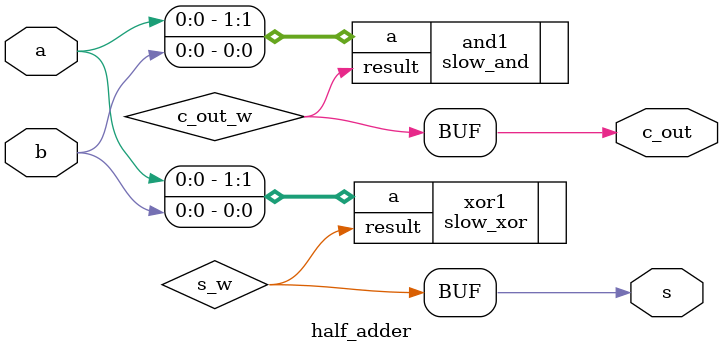
<source format=v>

`timescale 1ns / 1ps


module half_adder (
  input wire a,
  input wire b,
  output reg s,
  output reg c_out
);

  wire [2:0] level1;
  wire [2:0] level2;
  wire c_out_w;
  wire s_w;

  slow_and and1(.a({a, b}), .result(c_out_w));
  slow_xor xor1(.a({a, b}), .result(s_w));

  always @(*) begin
    c_out <= c_out_w;
    s <= s_w;
  end

endmodule
</source>
